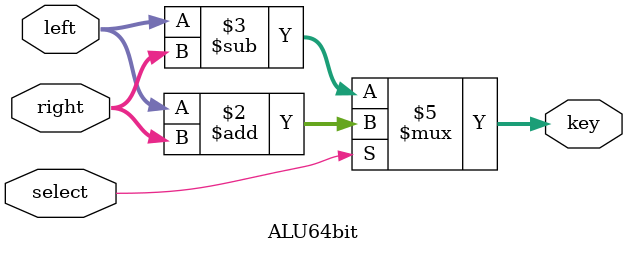
<source format=v>

module ALU64bit(key,left,right,select);
    output reg [63:0] key;
    input [63:0] left, right;
    input select;
    
    always @(left,right,select)
       begin
           if(select)            // Key 1 : add
              key = left + right;
           else                  // Key 2 : subtract
              key = left - right;
       end  
              
endmodule          
</source>
